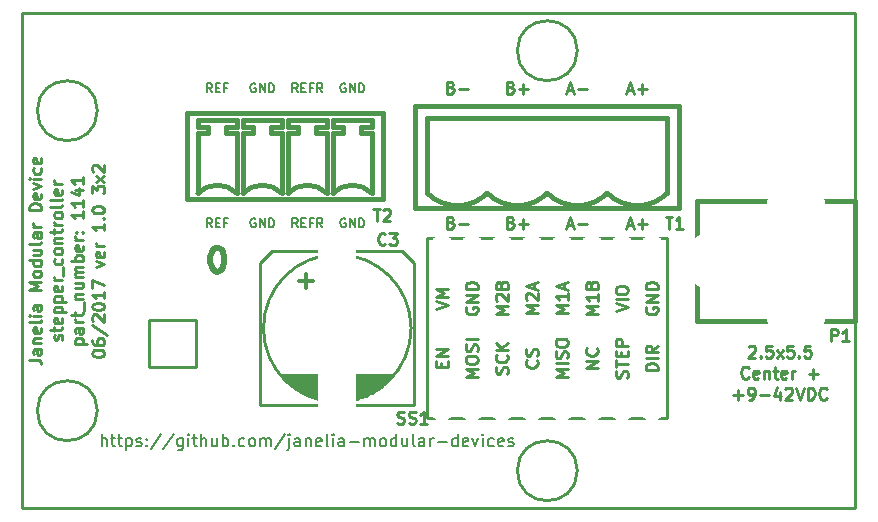
<source format=gto>
G04 #@! TF.GenerationSoftware,KiCad,Pcbnew,no-vcs-found-36e5906~58~ubuntu16.04.1*
G04 #@! TF.CreationDate,2017-06-16T16:05:32-04:00*
G04 #@! TF.ProjectId,stepper_controller_3x2,737465707065725F636F6E74726F6C6C,1.0*
G04 #@! TF.SameCoordinates,Original
G04 #@! TF.FileFunction,Legend,Top*
G04 #@! TF.FilePolarity,Positive*
%FSLAX46Y46*%
G04 Gerber Fmt 4.6, Leading zero omitted, Abs format (unit mm)*
G04 Created by KiCad (PCBNEW no-vcs-found-36e5906~58~ubuntu16.04.1) date Fri Jun 16 16:05:32 2017*
%MOMM*%
%LPD*%
G01*
G04 APERTURE LIST*
%ADD10C,0.100000*%
%ADD11C,0.254000*%
%ADD12C,0.228600*%
%ADD13C,0.508000*%
%ADD14C,0.190500*%
%ADD15C,0.250000*%
%ADD16C,0.381000*%
%ADD17C,0.375000*%
%ADD18C,3.556000*%
%ADD19O,1.854200X2.540000*%
%ADD20R,1.854200X2.540000*%
%ADD21R,3.475000X3.475000*%
%ADD22R,3.300000X6.750000*%
%ADD23C,1.930400*%
%ADD24O,4.572000X3.556000*%
%ADD25O,4.064000X5.080000*%
%ADD26O,5.080000X3.556000*%
%ADD27O,2.032000X3.048000*%
%ADD28C,2.540000*%
%ADD29C,2.340000*%
G04 APERTURE END LIST*
D10*
D11*
X147223238Y-96187380D02*
X147271619Y-96139000D01*
X147368380Y-96090619D01*
X147610285Y-96090619D01*
X147707047Y-96139000D01*
X147755428Y-96187380D01*
X147803809Y-96284142D01*
X147803809Y-96380904D01*
X147755428Y-96526047D01*
X147174857Y-97106619D01*
X147803809Y-97106619D01*
X148239238Y-97009857D02*
X148287619Y-97058238D01*
X148239238Y-97106619D01*
X148190857Y-97058238D01*
X148239238Y-97009857D01*
X148239238Y-97106619D01*
X149206857Y-96090619D02*
X148723047Y-96090619D01*
X148674666Y-96574428D01*
X148723047Y-96526047D01*
X148819809Y-96477666D01*
X149061714Y-96477666D01*
X149158476Y-96526047D01*
X149206857Y-96574428D01*
X149255238Y-96671190D01*
X149255238Y-96913095D01*
X149206857Y-97009857D01*
X149158476Y-97058238D01*
X149061714Y-97106619D01*
X148819809Y-97106619D01*
X148723047Y-97058238D01*
X148674666Y-97009857D01*
X149593904Y-97106619D02*
X150126095Y-96429285D01*
X149593904Y-96429285D02*
X150126095Y-97106619D01*
X150996952Y-96090619D02*
X150513142Y-96090619D01*
X150464761Y-96574428D01*
X150513142Y-96526047D01*
X150609904Y-96477666D01*
X150851809Y-96477666D01*
X150948571Y-96526047D01*
X150996952Y-96574428D01*
X151045333Y-96671190D01*
X151045333Y-96913095D01*
X150996952Y-97009857D01*
X150948571Y-97058238D01*
X150851809Y-97106619D01*
X150609904Y-97106619D01*
X150513142Y-97058238D01*
X150464761Y-97009857D01*
X151480761Y-97009857D02*
X151529142Y-97058238D01*
X151480761Y-97106619D01*
X151432380Y-97058238D01*
X151480761Y-97009857D01*
X151480761Y-97106619D01*
X152448380Y-96090619D02*
X151964571Y-96090619D01*
X151916190Y-96574428D01*
X151964571Y-96526047D01*
X152061333Y-96477666D01*
X152303238Y-96477666D01*
X152400000Y-96526047D01*
X152448380Y-96574428D01*
X152496761Y-96671190D01*
X152496761Y-96913095D01*
X152448380Y-97009857D01*
X152400000Y-97058238D01*
X152303238Y-97106619D01*
X152061333Y-97106619D01*
X151964571Y-97058238D01*
X151916190Y-97009857D01*
X147223238Y-98787857D02*
X147174857Y-98836238D01*
X147029714Y-98884619D01*
X146932952Y-98884619D01*
X146787809Y-98836238D01*
X146691047Y-98739476D01*
X146642666Y-98642714D01*
X146594285Y-98449190D01*
X146594285Y-98304047D01*
X146642666Y-98110523D01*
X146691047Y-98013761D01*
X146787809Y-97917000D01*
X146932952Y-97868619D01*
X147029714Y-97868619D01*
X147174857Y-97917000D01*
X147223238Y-97965380D01*
X148045714Y-98836238D02*
X147948952Y-98884619D01*
X147755428Y-98884619D01*
X147658666Y-98836238D01*
X147610285Y-98739476D01*
X147610285Y-98352428D01*
X147658666Y-98255666D01*
X147755428Y-98207285D01*
X147948952Y-98207285D01*
X148045714Y-98255666D01*
X148094095Y-98352428D01*
X148094095Y-98449190D01*
X147610285Y-98545952D01*
X148529523Y-98207285D02*
X148529523Y-98884619D01*
X148529523Y-98304047D02*
X148577904Y-98255666D01*
X148674666Y-98207285D01*
X148819809Y-98207285D01*
X148916571Y-98255666D01*
X148964952Y-98352428D01*
X148964952Y-98884619D01*
X149303619Y-98207285D02*
X149690666Y-98207285D01*
X149448761Y-97868619D02*
X149448761Y-98739476D01*
X149497142Y-98836238D01*
X149593904Y-98884619D01*
X149690666Y-98884619D01*
X150416380Y-98836238D02*
X150319619Y-98884619D01*
X150126095Y-98884619D01*
X150029333Y-98836238D01*
X149980952Y-98739476D01*
X149980952Y-98352428D01*
X150029333Y-98255666D01*
X150126095Y-98207285D01*
X150319619Y-98207285D01*
X150416380Y-98255666D01*
X150464761Y-98352428D01*
X150464761Y-98449190D01*
X149980952Y-98545952D01*
X150900190Y-98884619D02*
X150900190Y-98207285D01*
X150900190Y-98400809D02*
X150948571Y-98304047D01*
X150996952Y-98255666D01*
X151093714Y-98207285D01*
X151190476Y-98207285D01*
X152303238Y-98497571D02*
X153077333Y-98497571D01*
X152690285Y-98884619D02*
X152690285Y-98110523D01*
X145941142Y-100275571D02*
X146715238Y-100275571D01*
X146328190Y-100662619D02*
X146328190Y-99888523D01*
X147247428Y-100662619D02*
X147440952Y-100662619D01*
X147537714Y-100614238D01*
X147586095Y-100565857D01*
X147682857Y-100420714D01*
X147731238Y-100227190D01*
X147731238Y-99840142D01*
X147682857Y-99743380D01*
X147634476Y-99695000D01*
X147537714Y-99646619D01*
X147344190Y-99646619D01*
X147247428Y-99695000D01*
X147199047Y-99743380D01*
X147150666Y-99840142D01*
X147150666Y-100082047D01*
X147199047Y-100178809D01*
X147247428Y-100227190D01*
X147344190Y-100275571D01*
X147537714Y-100275571D01*
X147634476Y-100227190D01*
X147682857Y-100178809D01*
X147731238Y-100082047D01*
X148166666Y-100275571D02*
X148940761Y-100275571D01*
X149860000Y-99985285D02*
X149860000Y-100662619D01*
X149618095Y-99598238D02*
X149376190Y-100323952D01*
X150005142Y-100323952D01*
X150343809Y-99743380D02*
X150392190Y-99695000D01*
X150488952Y-99646619D01*
X150730857Y-99646619D01*
X150827619Y-99695000D01*
X150876000Y-99743380D01*
X150924380Y-99840142D01*
X150924380Y-99936904D01*
X150876000Y-100082047D01*
X150295428Y-100662619D01*
X150924380Y-100662619D01*
X151214666Y-99646619D02*
X151553333Y-100662619D01*
X151892000Y-99646619D01*
X152230666Y-100662619D02*
X152230666Y-99646619D01*
X152472571Y-99646619D01*
X152617714Y-99695000D01*
X152714476Y-99791761D01*
X152762857Y-99888523D01*
X152811238Y-100082047D01*
X152811238Y-100227190D01*
X152762857Y-100420714D01*
X152714476Y-100517476D01*
X152617714Y-100614238D01*
X152472571Y-100662619D01*
X152230666Y-100662619D01*
X153827238Y-100565857D02*
X153778857Y-100614238D01*
X153633714Y-100662619D01*
X153536952Y-100662619D01*
X153391809Y-100614238D01*
X153295047Y-100517476D01*
X153246666Y-100420714D01*
X153198285Y-100227190D01*
X153198285Y-100082047D01*
X153246666Y-99888523D01*
X153295047Y-99791761D01*
X153391809Y-99695000D01*
X153536952Y-99646619D01*
X153633714Y-99646619D01*
X153778857Y-99695000D01*
X153827238Y-99743380D01*
X136924142Y-85894333D02*
X137407952Y-85894333D01*
X136827380Y-86184619D02*
X137166047Y-85168619D01*
X137504714Y-86184619D01*
X137843380Y-85797571D02*
X138617476Y-85797571D01*
X138230428Y-86184619D02*
X138230428Y-85410523D01*
X131844142Y-85894333D02*
X132327952Y-85894333D01*
X131747380Y-86184619D02*
X132086047Y-85168619D01*
X132424714Y-86184619D01*
X132763380Y-85797571D02*
X133537476Y-85797571D01*
X127078619Y-85652428D02*
X127223761Y-85700809D01*
X127272142Y-85749190D01*
X127320523Y-85845952D01*
X127320523Y-85991095D01*
X127272142Y-86087857D01*
X127223761Y-86136238D01*
X127127000Y-86184619D01*
X126739952Y-86184619D01*
X126739952Y-85168619D01*
X127078619Y-85168619D01*
X127175380Y-85217000D01*
X127223761Y-85265380D01*
X127272142Y-85362142D01*
X127272142Y-85458904D01*
X127223761Y-85555666D01*
X127175380Y-85604047D01*
X127078619Y-85652428D01*
X126739952Y-85652428D01*
X127755952Y-85797571D02*
X128530047Y-85797571D01*
X128143000Y-86184619D02*
X128143000Y-85410523D01*
X121998619Y-74222428D02*
X122143761Y-74270809D01*
X122192142Y-74319190D01*
X122240523Y-74415952D01*
X122240523Y-74561095D01*
X122192142Y-74657857D01*
X122143761Y-74706238D01*
X122047000Y-74754619D01*
X121659952Y-74754619D01*
X121659952Y-73738619D01*
X121998619Y-73738619D01*
X122095380Y-73787000D01*
X122143761Y-73835380D01*
X122192142Y-73932142D01*
X122192142Y-74028904D01*
X122143761Y-74125666D01*
X122095380Y-74174047D01*
X121998619Y-74222428D01*
X121659952Y-74222428D01*
X122675952Y-74367571D02*
X123450047Y-74367571D01*
X127078619Y-74222428D02*
X127223761Y-74270809D01*
X127272142Y-74319190D01*
X127320523Y-74415952D01*
X127320523Y-74561095D01*
X127272142Y-74657857D01*
X127223761Y-74706238D01*
X127127000Y-74754619D01*
X126739952Y-74754619D01*
X126739952Y-73738619D01*
X127078619Y-73738619D01*
X127175380Y-73787000D01*
X127223761Y-73835380D01*
X127272142Y-73932142D01*
X127272142Y-74028904D01*
X127223761Y-74125666D01*
X127175380Y-74174047D01*
X127078619Y-74222428D01*
X126739952Y-74222428D01*
X127755952Y-74367571D02*
X128530047Y-74367571D01*
X128143000Y-74754619D02*
X128143000Y-73980523D01*
X131844142Y-74464333D02*
X132327952Y-74464333D01*
X131747380Y-74754619D02*
X132086047Y-73738619D01*
X132424714Y-74754619D01*
X132763380Y-74367571D02*
X133537476Y-74367571D01*
X121998619Y-85652428D02*
X122143761Y-85700809D01*
X122192142Y-85749190D01*
X122240523Y-85845952D01*
X122240523Y-85991095D01*
X122192142Y-86087857D01*
X122143761Y-86136238D01*
X122047000Y-86184619D01*
X121659952Y-86184619D01*
X121659952Y-85168619D01*
X121998619Y-85168619D01*
X122095380Y-85217000D01*
X122143761Y-85265380D01*
X122192142Y-85362142D01*
X122192142Y-85458904D01*
X122143761Y-85555666D01*
X122095380Y-85604047D01*
X121998619Y-85652428D01*
X121659952Y-85652428D01*
X122675952Y-85797571D02*
X123450047Y-85797571D01*
X136924142Y-74464333D02*
X137407952Y-74464333D01*
X136827380Y-74754619D02*
X137166047Y-73738619D01*
X137504714Y-74754619D01*
X137843380Y-74367571D02*
X138617476Y-74367571D01*
X138230428Y-74754619D02*
X138230428Y-73980523D01*
D12*
X156210000Y-67945000D02*
X85725000Y-67945000D01*
X156210000Y-109855000D02*
X156210000Y-67945000D01*
X85725000Y-109855000D02*
X156210000Y-109855000D01*
X85725000Y-67945000D02*
X85725000Y-109855000D01*
D13*
X102138238Y-87787238D02*
X102331761Y-87787238D01*
X102525285Y-87884000D01*
X102622047Y-87980761D01*
X102718809Y-88174285D01*
X102815571Y-88561333D01*
X102815571Y-89045142D01*
X102718809Y-89432190D01*
X102622047Y-89625714D01*
X102525285Y-89722476D01*
X102331761Y-89819238D01*
X102138238Y-89819238D01*
X101944714Y-89722476D01*
X101847952Y-89625714D01*
X101751190Y-89432190D01*
X101654428Y-89045142D01*
X101654428Y-88561333D01*
X101751190Y-88174285D01*
X101847952Y-87980761D01*
X101944714Y-87884000D01*
X102138238Y-87787238D01*
D14*
X113084428Y-85344000D02*
X113011857Y-85307714D01*
X112903000Y-85307714D01*
X112794142Y-85344000D01*
X112721571Y-85416571D01*
X112685285Y-85489142D01*
X112649000Y-85634285D01*
X112649000Y-85743142D01*
X112685285Y-85888285D01*
X112721571Y-85960857D01*
X112794142Y-86033428D01*
X112903000Y-86069714D01*
X112975571Y-86069714D01*
X113084428Y-86033428D01*
X113120714Y-85997142D01*
X113120714Y-85743142D01*
X112975571Y-85743142D01*
X113447285Y-86069714D02*
X113447285Y-85307714D01*
X113882714Y-86069714D01*
X113882714Y-85307714D01*
X114245571Y-86069714D02*
X114245571Y-85307714D01*
X114427000Y-85307714D01*
X114535857Y-85344000D01*
X114608428Y-85416571D01*
X114644714Y-85489142D01*
X114681000Y-85634285D01*
X114681000Y-85743142D01*
X114644714Y-85888285D01*
X114608428Y-85960857D01*
X114535857Y-86033428D01*
X114427000Y-86069714D01*
X114245571Y-86069714D01*
X109038571Y-86069714D02*
X108784571Y-85706857D01*
X108603142Y-86069714D02*
X108603142Y-85307714D01*
X108893428Y-85307714D01*
X108966000Y-85344000D01*
X109002285Y-85380285D01*
X109038571Y-85452857D01*
X109038571Y-85561714D01*
X109002285Y-85634285D01*
X108966000Y-85670571D01*
X108893428Y-85706857D01*
X108603142Y-85706857D01*
X109365142Y-85670571D02*
X109619142Y-85670571D01*
X109728000Y-86069714D02*
X109365142Y-86069714D01*
X109365142Y-85307714D01*
X109728000Y-85307714D01*
X110308571Y-85670571D02*
X110054571Y-85670571D01*
X110054571Y-86069714D02*
X110054571Y-85307714D01*
X110417428Y-85307714D01*
X111143142Y-86069714D02*
X110889142Y-85706857D01*
X110707714Y-86069714D02*
X110707714Y-85307714D01*
X110998000Y-85307714D01*
X111070571Y-85344000D01*
X111106857Y-85380285D01*
X111143142Y-85452857D01*
X111143142Y-85561714D01*
X111106857Y-85634285D01*
X111070571Y-85670571D01*
X110998000Y-85706857D01*
X110707714Y-85706857D01*
X113084428Y-73914000D02*
X113011857Y-73877714D01*
X112903000Y-73877714D01*
X112794142Y-73914000D01*
X112721571Y-73986571D01*
X112685285Y-74059142D01*
X112649000Y-74204285D01*
X112649000Y-74313142D01*
X112685285Y-74458285D01*
X112721571Y-74530857D01*
X112794142Y-74603428D01*
X112903000Y-74639714D01*
X112975571Y-74639714D01*
X113084428Y-74603428D01*
X113120714Y-74567142D01*
X113120714Y-74313142D01*
X112975571Y-74313142D01*
X113447285Y-74639714D02*
X113447285Y-73877714D01*
X113882714Y-74639714D01*
X113882714Y-73877714D01*
X114245571Y-74639714D02*
X114245571Y-73877714D01*
X114427000Y-73877714D01*
X114535857Y-73914000D01*
X114608428Y-73986571D01*
X114644714Y-74059142D01*
X114681000Y-74204285D01*
X114681000Y-74313142D01*
X114644714Y-74458285D01*
X114608428Y-74530857D01*
X114535857Y-74603428D01*
X114427000Y-74639714D01*
X114245571Y-74639714D01*
X109038571Y-74639714D02*
X108784571Y-74276857D01*
X108603142Y-74639714D02*
X108603142Y-73877714D01*
X108893428Y-73877714D01*
X108966000Y-73914000D01*
X109002285Y-73950285D01*
X109038571Y-74022857D01*
X109038571Y-74131714D01*
X109002285Y-74204285D01*
X108966000Y-74240571D01*
X108893428Y-74276857D01*
X108603142Y-74276857D01*
X109365142Y-74240571D02*
X109619142Y-74240571D01*
X109728000Y-74639714D02*
X109365142Y-74639714D01*
X109365142Y-73877714D01*
X109728000Y-73877714D01*
X110308571Y-74240571D02*
X110054571Y-74240571D01*
X110054571Y-74639714D02*
X110054571Y-73877714D01*
X110417428Y-73877714D01*
X111143142Y-74639714D02*
X110889142Y-74276857D01*
X110707714Y-74639714D02*
X110707714Y-73877714D01*
X110998000Y-73877714D01*
X111070571Y-73914000D01*
X111106857Y-73950285D01*
X111143142Y-74022857D01*
X111143142Y-74131714D01*
X111106857Y-74204285D01*
X111070571Y-74240571D01*
X110998000Y-74276857D01*
X110707714Y-74276857D01*
X105464428Y-85344000D02*
X105391857Y-85307714D01*
X105283000Y-85307714D01*
X105174142Y-85344000D01*
X105101571Y-85416571D01*
X105065285Y-85489142D01*
X105029000Y-85634285D01*
X105029000Y-85743142D01*
X105065285Y-85888285D01*
X105101571Y-85960857D01*
X105174142Y-86033428D01*
X105283000Y-86069714D01*
X105355571Y-86069714D01*
X105464428Y-86033428D01*
X105500714Y-85997142D01*
X105500714Y-85743142D01*
X105355571Y-85743142D01*
X105827285Y-86069714D02*
X105827285Y-85307714D01*
X106262714Y-86069714D01*
X106262714Y-85307714D01*
X106625571Y-86069714D02*
X106625571Y-85307714D01*
X106807000Y-85307714D01*
X106915857Y-85344000D01*
X106988428Y-85416571D01*
X107024714Y-85489142D01*
X107061000Y-85634285D01*
X107061000Y-85743142D01*
X107024714Y-85888285D01*
X106988428Y-85960857D01*
X106915857Y-86033428D01*
X106807000Y-86069714D01*
X106625571Y-86069714D01*
X101799571Y-74639714D02*
X101545571Y-74276857D01*
X101364142Y-74639714D02*
X101364142Y-73877714D01*
X101654428Y-73877714D01*
X101727000Y-73914000D01*
X101763285Y-73950285D01*
X101799571Y-74022857D01*
X101799571Y-74131714D01*
X101763285Y-74204285D01*
X101727000Y-74240571D01*
X101654428Y-74276857D01*
X101364142Y-74276857D01*
X102126142Y-74240571D02*
X102380142Y-74240571D01*
X102489000Y-74639714D02*
X102126142Y-74639714D01*
X102126142Y-73877714D01*
X102489000Y-73877714D01*
X103069571Y-74240571D02*
X102815571Y-74240571D01*
X102815571Y-74639714D02*
X102815571Y-73877714D01*
X103178428Y-73877714D01*
X101799571Y-86069714D02*
X101545571Y-85706857D01*
X101364142Y-86069714D02*
X101364142Y-85307714D01*
X101654428Y-85307714D01*
X101727000Y-85344000D01*
X101763285Y-85380285D01*
X101799571Y-85452857D01*
X101799571Y-85561714D01*
X101763285Y-85634285D01*
X101727000Y-85670571D01*
X101654428Y-85706857D01*
X101364142Y-85706857D01*
X102126142Y-85670571D02*
X102380142Y-85670571D01*
X102489000Y-86069714D02*
X102126142Y-86069714D01*
X102126142Y-85307714D01*
X102489000Y-85307714D01*
X103069571Y-85670571D02*
X102815571Y-85670571D01*
X102815571Y-86069714D02*
X102815571Y-85307714D01*
X103178428Y-85307714D01*
X105464428Y-73914000D02*
X105391857Y-73877714D01*
X105283000Y-73877714D01*
X105174142Y-73914000D01*
X105101571Y-73986571D01*
X105065285Y-74059142D01*
X105029000Y-74204285D01*
X105029000Y-74313142D01*
X105065285Y-74458285D01*
X105101571Y-74530857D01*
X105174142Y-74603428D01*
X105283000Y-74639714D01*
X105355571Y-74639714D01*
X105464428Y-74603428D01*
X105500714Y-74567142D01*
X105500714Y-74313142D01*
X105355571Y-74313142D01*
X105827285Y-74639714D02*
X105827285Y-73877714D01*
X106262714Y-74639714D01*
X106262714Y-73877714D01*
X106625571Y-74639714D02*
X106625571Y-73877714D01*
X106807000Y-73877714D01*
X106915857Y-73914000D01*
X106988428Y-73986571D01*
X107024714Y-74059142D01*
X107061000Y-74204285D01*
X107061000Y-74313142D01*
X107024714Y-74458285D01*
X106988428Y-74530857D01*
X106915857Y-74603428D01*
X106807000Y-74639714D01*
X106625571Y-74639714D01*
X92437857Y-104599619D02*
X92437857Y-103583619D01*
X92873285Y-104599619D02*
X92873285Y-104067428D01*
X92824904Y-103970666D01*
X92728142Y-103922285D01*
X92583000Y-103922285D01*
X92486238Y-103970666D01*
X92437857Y-104019047D01*
X93211952Y-103922285D02*
X93599000Y-103922285D01*
X93357095Y-103583619D02*
X93357095Y-104454476D01*
X93405476Y-104551238D01*
X93502238Y-104599619D01*
X93599000Y-104599619D01*
X93792523Y-103922285D02*
X94179571Y-103922285D01*
X93937666Y-103583619D02*
X93937666Y-104454476D01*
X93986047Y-104551238D01*
X94082809Y-104599619D01*
X94179571Y-104599619D01*
X94518238Y-103922285D02*
X94518238Y-104938285D01*
X94518238Y-103970666D02*
X94615000Y-103922285D01*
X94808523Y-103922285D01*
X94905285Y-103970666D01*
X94953666Y-104019047D01*
X95002047Y-104115809D01*
X95002047Y-104406095D01*
X94953666Y-104502857D01*
X94905285Y-104551238D01*
X94808523Y-104599619D01*
X94615000Y-104599619D01*
X94518238Y-104551238D01*
X95389095Y-104551238D02*
X95485857Y-104599619D01*
X95679380Y-104599619D01*
X95776142Y-104551238D01*
X95824523Y-104454476D01*
X95824523Y-104406095D01*
X95776142Y-104309333D01*
X95679380Y-104260952D01*
X95534238Y-104260952D01*
X95437476Y-104212571D01*
X95389095Y-104115809D01*
X95389095Y-104067428D01*
X95437476Y-103970666D01*
X95534238Y-103922285D01*
X95679380Y-103922285D01*
X95776142Y-103970666D01*
X96259952Y-104502857D02*
X96308333Y-104551238D01*
X96259952Y-104599619D01*
X96211571Y-104551238D01*
X96259952Y-104502857D01*
X96259952Y-104599619D01*
X96259952Y-103970666D02*
X96308333Y-104019047D01*
X96259952Y-104067428D01*
X96211571Y-104019047D01*
X96259952Y-103970666D01*
X96259952Y-104067428D01*
X97469476Y-103535238D02*
X96598619Y-104841523D01*
X98533857Y-103535238D02*
X97663000Y-104841523D01*
X99307952Y-103922285D02*
X99307952Y-104744761D01*
X99259571Y-104841523D01*
X99211190Y-104889904D01*
X99114428Y-104938285D01*
X98969285Y-104938285D01*
X98872523Y-104889904D01*
X99307952Y-104551238D02*
X99211190Y-104599619D01*
X99017666Y-104599619D01*
X98920904Y-104551238D01*
X98872523Y-104502857D01*
X98824142Y-104406095D01*
X98824142Y-104115809D01*
X98872523Y-104019047D01*
X98920904Y-103970666D01*
X99017666Y-103922285D01*
X99211190Y-103922285D01*
X99307952Y-103970666D01*
X99791761Y-104599619D02*
X99791761Y-103922285D01*
X99791761Y-103583619D02*
X99743380Y-103632000D01*
X99791761Y-103680380D01*
X99840142Y-103632000D01*
X99791761Y-103583619D01*
X99791761Y-103680380D01*
X100130428Y-103922285D02*
X100517476Y-103922285D01*
X100275571Y-103583619D02*
X100275571Y-104454476D01*
X100323952Y-104551238D01*
X100420714Y-104599619D01*
X100517476Y-104599619D01*
X100856142Y-104599619D02*
X100856142Y-103583619D01*
X101291571Y-104599619D02*
X101291571Y-104067428D01*
X101243190Y-103970666D01*
X101146428Y-103922285D01*
X101001285Y-103922285D01*
X100904523Y-103970666D01*
X100856142Y-104019047D01*
X102210809Y-103922285D02*
X102210809Y-104599619D01*
X101775380Y-103922285D02*
X101775380Y-104454476D01*
X101823761Y-104551238D01*
X101920523Y-104599619D01*
X102065666Y-104599619D01*
X102162428Y-104551238D01*
X102210809Y-104502857D01*
X102694619Y-104599619D02*
X102694619Y-103583619D01*
X102694619Y-103970666D02*
X102791380Y-103922285D01*
X102984904Y-103922285D01*
X103081666Y-103970666D01*
X103130047Y-104019047D01*
X103178428Y-104115809D01*
X103178428Y-104406095D01*
X103130047Y-104502857D01*
X103081666Y-104551238D01*
X102984904Y-104599619D01*
X102791380Y-104599619D01*
X102694619Y-104551238D01*
X103613857Y-104502857D02*
X103662238Y-104551238D01*
X103613857Y-104599619D01*
X103565476Y-104551238D01*
X103613857Y-104502857D01*
X103613857Y-104599619D01*
X104533095Y-104551238D02*
X104436333Y-104599619D01*
X104242809Y-104599619D01*
X104146047Y-104551238D01*
X104097666Y-104502857D01*
X104049285Y-104406095D01*
X104049285Y-104115809D01*
X104097666Y-104019047D01*
X104146047Y-103970666D01*
X104242809Y-103922285D01*
X104436333Y-103922285D01*
X104533095Y-103970666D01*
X105113666Y-104599619D02*
X105016904Y-104551238D01*
X104968523Y-104502857D01*
X104920142Y-104406095D01*
X104920142Y-104115809D01*
X104968523Y-104019047D01*
X105016904Y-103970666D01*
X105113666Y-103922285D01*
X105258809Y-103922285D01*
X105355571Y-103970666D01*
X105403952Y-104019047D01*
X105452333Y-104115809D01*
X105452333Y-104406095D01*
X105403952Y-104502857D01*
X105355571Y-104551238D01*
X105258809Y-104599619D01*
X105113666Y-104599619D01*
X105887761Y-104599619D02*
X105887761Y-103922285D01*
X105887761Y-104019047D02*
X105936142Y-103970666D01*
X106032904Y-103922285D01*
X106178047Y-103922285D01*
X106274809Y-103970666D01*
X106323190Y-104067428D01*
X106323190Y-104599619D01*
X106323190Y-104067428D02*
X106371571Y-103970666D01*
X106468333Y-103922285D01*
X106613476Y-103922285D01*
X106710238Y-103970666D01*
X106758619Y-104067428D01*
X106758619Y-104599619D01*
X107968142Y-103535238D02*
X107097285Y-104841523D01*
X108306809Y-103922285D02*
X108306809Y-104793142D01*
X108258428Y-104889904D01*
X108161666Y-104938285D01*
X108113285Y-104938285D01*
X108306809Y-103583619D02*
X108258428Y-103632000D01*
X108306809Y-103680380D01*
X108355190Y-103632000D01*
X108306809Y-103583619D01*
X108306809Y-103680380D01*
X109226047Y-104599619D02*
X109226047Y-104067428D01*
X109177666Y-103970666D01*
X109080904Y-103922285D01*
X108887380Y-103922285D01*
X108790619Y-103970666D01*
X109226047Y-104551238D02*
X109129285Y-104599619D01*
X108887380Y-104599619D01*
X108790619Y-104551238D01*
X108742238Y-104454476D01*
X108742238Y-104357714D01*
X108790619Y-104260952D01*
X108887380Y-104212571D01*
X109129285Y-104212571D01*
X109226047Y-104164190D01*
X109709857Y-103922285D02*
X109709857Y-104599619D01*
X109709857Y-104019047D02*
X109758238Y-103970666D01*
X109855000Y-103922285D01*
X110000142Y-103922285D01*
X110096904Y-103970666D01*
X110145285Y-104067428D01*
X110145285Y-104599619D01*
X111016142Y-104551238D02*
X110919380Y-104599619D01*
X110725857Y-104599619D01*
X110629095Y-104551238D01*
X110580714Y-104454476D01*
X110580714Y-104067428D01*
X110629095Y-103970666D01*
X110725857Y-103922285D01*
X110919380Y-103922285D01*
X111016142Y-103970666D01*
X111064523Y-104067428D01*
X111064523Y-104164190D01*
X110580714Y-104260952D01*
X111645095Y-104599619D02*
X111548333Y-104551238D01*
X111499952Y-104454476D01*
X111499952Y-103583619D01*
X112032142Y-104599619D02*
X112032142Y-103922285D01*
X112032142Y-103583619D02*
X111983761Y-103632000D01*
X112032142Y-103680380D01*
X112080523Y-103632000D01*
X112032142Y-103583619D01*
X112032142Y-103680380D01*
X112951380Y-104599619D02*
X112951380Y-104067428D01*
X112903000Y-103970666D01*
X112806238Y-103922285D01*
X112612714Y-103922285D01*
X112515952Y-103970666D01*
X112951380Y-104551238D02*
X112854619Y-104599619D01*
X112612714Y-104599619D01*
X112515952Y-104551238D01*
X112467571Y-104454476D01*
X112467571Y-104357714D01*
X112515952Y-104260952D01*
X112612714Y-104212571D01*
X112854619Y-104212571D01*
X112951380Y-104164190D01*
X113435190Y-104212571D02*
X114209285Y-104212571D01*
X114693095Y-104599619D02*
X114693095Y-103922285D01*
X114693095Y-104019047D02*
X114741476Y-103970666D01*
X114838238Y-103922285D01*
X114983380Y-103922285D01*
X115080142Y-103970666D01*
X115128523Y-104067428D01*
X115128523Y-104599619D01*
X115128523Y-104067428D02*
X115176904Y-103970666D01*
X115273666Y-103922285D01*
X115418809Y-103922285D01*
X115515571Y-103970666D01*
X115563952Y-104067428D01*
X115563952Y-104599619D01*
X116192904Y-104599619D02*
X116096142Y-104551238D01*
X116047761Y-104502857D01*
X115999380Y-104406095D01*
X115999380Y-104115809D01*
X116047761Y-104019047D01*
X116096142Y-103970666D01*
X116192904Y-103922285D01*
X116338047Y-103922285D01*
X116434809Y-103970666D01*
X116483190Y-104019047D01*
X116531571Y-104115809D01*
X116531571Y-104406095D01*
X116483190Y-104502857D01*
X116434809Y-104551238D01*
X116338047Y-104599619D01*
X116192904Y-104599619D01*
X117402428Y-104599619D02*
X117402428Y-103583619D01*
X117402428Y-104551238D02*
X117305666Y-104599619D01*
X117112142Y-104599619D01*
X117015380Y-104551238D01*
X116967000Y-104502857D01*
X116918619Y-104406095D01*
X116918619Y-104115809D01*
X116967000Y-104019047D01*
X117015380Y-103970666D01*
X117112142Y-103922285D01*
X117305666Y-103922285D01*
X117402428Y-103970666D01*
X118321666Y-103922285D02*
X118321666Y-104599619D01*
X117886238Y-103922285D02*
X117886238Y-104454476D01*
X117934619Y-104551238D01*
X118031380Y-104599619D01*
X118176523Y-104599619D01*
X118273285Y-104551238D01*
X118321666Y-104502857D01*
X118950619Y-104599619D02*
X118853857Y-104551238D01*
X118805476Y-104454476D01*
X118805476Y-103583619D01*
X119773095Y-104599619D02*
X119773095Y-104067428D01*
X119724714Y-103970666D01*
X119627952Y-103922285D01*
X119434428Y-103922285D01*
X119337666Y-103970666D01*
X119773095Y-104551238D02*
X119676333Y-104599619D01*
X119434428Y-104599619D01*
X119337666Y-104551238D01*
X119289285Y-104454476D01*
X119289285Y-104357714D01*
X119337666Y-104260952D01*
X119434428Y-104212571D01*
X119676333Y-104212571D01*
X119773095Y-104164190D01*
X120256904Y-104599619D02*
X120256904Y-103922285D01*
X120256904Y-104115809D02*
X120305285Y-104019047D01*
X120353666Y-103970666D01*
X120450428Y-103922285D01*
X120547190Y-103922285D01*
X120885857Y-104212571D02*
X121659952Y-104212571D01*
X122579190Y-104599619D02*
X122579190Y-103583619D01*
X122579190Y-104551238D02*
X122482428Y-104599619D01*
X122288904Y-104599619D01*
X122192142Y-104551238D01*
X122143761Y-104502857D01*
X122095380Y-104406095D01*
X122095380Y-104115809D01*
X122143761Y-104019047D01*
X122192142Y-103970666D01*
X122288904Y-103922285D01*
X122482428Y-103922285D01*
X122579190Y-103970666D01*
X123450047Y-104551238D02*
X123353285Y-104599619D01*
X123159761Y-104599619D01*
X123063000Y-104551238D01*
X123014619Y-104454476D01*
X123014619Y-104067428D01*
X123063000Y-103970666D01*
X123159761Y-103922285D01*
X123353285Y-103922285D01*
X123450047Y-103970666D01*
X123498428Y-104067428D01*
X123498428Y-104164190D01*
X123014619Y-104260952D01*
X123837095Y-103922285D02*
X124079000Y-104599619D01*
X124320904Y-103922285D01*
X124707952Y-104599619D02*
X124707952Y-103922285D01*
X124707952Y-103583619D02*
X124659571Y-103632000D01*
X124707952Y-103680380D01*
X124756333Y-103632000D01*
X124707952Y-103583619D01*
X124707952Y-103680380D01*
X125627190Y-104551238D02*
X125530428Y-104599619D01*
X125336904Y-104599619D01*
X125240142Y-104551238D01*
X125191761Y-104502857D01*
X125143380Y-104406095D01*
X125143380Y-104115809D01*
X125191761Y-104019047D01*
X125240142Y-103970666D01*
X125336904Y-103922285D01*
X125530428Y-103922285D01*
X125627190Y-103970666D01*
X126449666Y-104551238D02*
X126352904Y-104599619D01*
X126159380Y-104599619D01*
X126062619Y-104551238D01*
X126014238Y-104454476D01*
X126014238Y-104067428D01*
X126062619Y-103970666D01*
X126159380Y-103922285D01*
X126352904Y-103922285D01*
X126449666Y-103970666D01*
X126498047Y-104067428D01*
X126498047Y-104164190D01*
X126014238Y-104260952D01*
X126885095Y-104551238D02*
X126981857Y-104599619D01*
X127175380Y-104599619D01*
X127272142Y-104551238D01*
X127320523Y-104454476D01*
X127320523Y-104406095D01*
X127272142Y-104309333D01*
X127175380Y-104260952D01*
X127030238Y-104260952D01*
X126933476Y-104212571D01*
X126885095Y-104115809D01*
X126885095Y-104067428D01*
X126933476Y-103970666D01*
X127030238Y-103922285D01*
X127175380Y-103922285D01*
X127272142Y-103970666D01*
D11*
X86311619Y-97294095D02*
X87037333Y-97294095D01*
X87182476Y-97342476D01*
X87279238Y-97439238D01*
X87327619Y-97584380D01*
X87327619Y-97681142D01*
X87327619Y-96374857D02*
X86795428Y-96374857D01*
X86698666Y-96423238D01*
X86650285Y-96520000D01*
X86650285Y-96713523D01*
X86698666Y-96810285D01*
X87279238Y-96374857D02*
X87327619Y-96471619D01*
X87327619Y-96713523D01*
X87279238Y-96810285D01*
X87182476Y-96858666D01*
X87085714Y-96858666D01*
X86988952Y-96810285D01*
X86940571Y-96713523D01*
X86940571Y-96471619D01*
X86892190Y-96374857D01*
X86650285Y-95891047D02*
X87327619Y-95891047D01*
X86747047Y-95891047D02*
X86698666Y-95842666D01*
X86650285Y-95745904D01*
X86650285Y-95600761D01*
X86698666Y-95504000D01*
X86795428Y-95455619D01*
X87327619Y-95455619D01*
X87279238Y-94584761D02*
X87327619Y-94681523D01*
X87327619Y-94875047D01*
X87279238Y-94971809D01*
X87182476Y-95020190D01*
X86795428Y-95020190D01*
X86698666Y-94971809D01*
X86650285Y-94875047D01*
X86650285Y-94681523D01*
X86698666Y-94584761D01*
X86795428Y-94536380D01*
X86892190Y-94536380D01*
X86988952Y-95020190D01*
X87327619Y-93955809D02*
X87279238Y-94052571D01*
X87182476Y-94100952D01*
X86311619Y-94100952D01*
X87327619Y-93568761D02*
X86650285Y-93568761D01*
X86311619Y-93568761D02*
X86360000Y-93617142D01*
X86408380Y-93568761D01*
X86360000Y-93520380D01*
X86311619Y-93568761D01*
X86408380Y-93568761D01*
X87327619Y-92649523D02*
X86795428Y-92649523D01*
X86698666Y-92697904D01*
X86650285Y-92794666D01*
X86650285Y-92988190D01*
X86698666Y-93084952D01*
X87279238Y-92649523D02*
X87327619Y-92746285D01*
X87327619Y-92988190D01*
X87279238Y-93084952D01*
X87182476Y-93133333D01*
X87085714Y-93133333D01*
X86988952Y-93084952D01*
X86940571Y-92988190D01*
X86940571Y-92746285D01*
X86892190Y-92649523D01*
X87327619Y-91391619D02*
X86311619Y-91391619D01*
X87037333Y-91052952D01*
X86311619Y-90714285D01*
X87327619Y-90714285D01*
X87327619Y-90085333D02*
X87279238Y-90182095D01*
X87230857Y-90230476D01*
X87134095Y-90278857D01*
X86843809Y-90278857D01*
X86747047Y-90230476D01*
X86698666Y-90182095D01*
X86650285Y-90085333D01*
X86650285Y-89940190D01*
X86698666Y-89843428D01*
X86747047Y-89795047D01*
X86843809Y-89746666D01*
X87134095Y-89746666D01*
X87230857Y-89795047D01*
X87279238Y-89843428D01*
X87327619Y-89940190D01*
X87327619Y-90085333D01*
X87327619Y-88875809D02*
X86311619Y-88875809D01*
X87279238Y-88875809D02*
X87327619Y-88972571D01*
X87327619Y-89166095D01*
X87279238Y-89262857D01*
X87230857Y-89311238D01*
X87134095Y-89359619D01*
X86843809Y-89359619D01*
X86747047Y-89311238D01*
X86698666Y-89262857D01*
X86650285Y-89166095D01*
X86650285Y-88972571D01*
X86698666Y-88875809D01*
X86650285Y-87956571D02*
X87327619Y-87956571D01*
X86650285Y-88392000D02*
X87182476Y-88392000D01*
X87279238Y-88343619D01*
X87327619Y-88246857D01*
X87327619Y-88101714D01*
X87279238Y-88004952D01*
X87230857Y-87956571D01*
X87327619Y-87327619D02*
X87279238Y-87424380D01*
X87182476Y-87472761D01*
X86311619Y-87472761D01*
X87327619Y-86505142D02*
X86795428Y-86505142D01*
X86698666Y-86553523D01*
X86650285Y-86650285D01*
X86650285Y-86843809D01*
X86698666Y-86940571D01*
X87279238Y-86505142D02*
X87327619Y-86601904D01*
X87327619Y-86843809D01*
X87279238Y-86940571D01*
X87182476Y-86988952D01*
X87085714Y-86988952D01*
X86988952Y-86940571D01*
X86940571Y-86843809D01*
X86940571Y-86601904D01*
X86892190Y-86505142D01*
X87327619Y-86021333D02*
X86650285Y-86021333D01*
X86843809Y-86021333D02*
X86747047Y-85972952D01*
X86698666Y-85924571D01*
X86650285Y-85827809D01*
X86650285Y-85731047D01*
X87327619Y-84618285D02*
X86311619Y-84618285D01*
X86311619Y-84376380D01*
X86360000Y-84231238D01*
X86456761Y-84134476D01*
X86553523Y-84086095D01*
X86747047Y-84037714D01*
X86892190Y-84037714D01*
X87085714Y-84086095D01*
X87182476Y-84134476D01*
X87279238Y-84231238D01*
X87327619Y-84376380D01*
X87327619Y-84618285D01*
X87279238Y-83215238D02*
X87327619Y-83312000D01*
X87327619Y-83505523D01*
X87279238Y-83602285D01*
X87182476Y-83650666D01*
X86795428Y-83650666D01*
X86698666Y-83602285D01*
X86650285Y-83505523D01*
X86650285Y-83312000D01*
X86698666Y-83215238D01*
X86795428Y-83166857D01*
X86892190Y-83166857D01*
X86988952Y-83650666D01*
X86650285Y-82828190D02*
X87327619Y-82586285D01*
X86650285Y-82344380D01*
X87327619Y-81957333D02*
X86650285Y-81957333D01*
X86311619Y-81957333D02*
X86360000Y-82005714D01*
X86408380Y-81957333D01*
X86360000Y-81908952D01*
X86311619Y-81957333D01*
X86408380Y-81957333D01*
X87279238Y-81038095D02*
X87327619Y-81134857D01*
X87327619Y-81328380D01*
X87279238Y-81425142D01*
X87230857Y-81473523D01*
X87134095Y-81521904D01*
X86843809Y-81521904D01*
X86747047Y-81473523D01*
X86698666Y-81425142D01*
X86650285Y-81328380D01*
X86650285Y-81134857D01*
X86698666Y-81038095D01*
X87279238Y-80215619D02*
X87327619Y-80312380D01*
X87327619Y-80505904D01*
X87279238Y-80602666D01*
X87182476Y-80651047D01*
X86795428Y-80651047D01*
X86698666Y-80602666D01*
X86650285Y-80505904D01*
X86650285Y-80312380D01*
X86698666Y-80215619D01*
X86795428Y-80167238D01*
X86892190Y-80167238D01*
X86988952Y-80651047D01*
X89057238Y-95600761D02*
X89105619Y-95504000D01*
X89105619Y-95310476D01*
X89057238Y-95213714D01*
X88960476Y-95165333D01*
X88912095Y-95165333D01*
X88815333Y-95213714D01*
X88766952Y-95310476D01*
X88766952Y-95455619D01*
X88718571Y-95552380D01*
X88621809Y-95600761D01*
X88573428Y-95600761D01*
X88476666Y-95552380D01*
X88428285Y-95455619D01*
X88428285Y-95310476D01*
X88476666Y-95213714D01*
X88428285Y-94875047D02*
X88428285Y-94488000D01*
X88089619Y-94729904D02*
X88960476Y-94729904D01*
X89057238Y-94681523D01*
X89105619Y-94584761D01*
X89105619Y-94488000D01*
X89057238Y-93762285D02*
X89105619Y-93859047D01*
X89105619Y-94052571D01*
X89057238Y-94149333D01*
X88960476Y-94197714D01*
X88573428Y-94197714D01*
X88476666Y-94149333D01*
X88428285Y-94052571D01*
X88428285Y-93859047D01*
X88476666Y-93762285D01*
X88573428Y-93713904D01*
X88670190Y-93713904D01*
X88766952Y-94197714D01*
X88428285Y-93278476D02*
X89444285Y-93278476D01*
X88476666Y-93278476D02*
X88428285Y-93181714D01*
X88428285Y-92988190D01*
X88476666Y-92891428D01*
X88525047Y-92843047D01*
X88621809Y-92794666D01*
X88912095Y-92794666D01*
X89008857Y-92843047D01*
X89057238Y-92891428D01*
X89105619Y-92988190D01*
X89105619Y-93181714D01*
X89057238Y-93278476D01*
X88428285Y-92359238D02*
X89444285Y-92359238D01*
X88476666Y-92359238D02*
X88428285Y-92262476D01*
X88428285Y-92068952D01*
X88476666Y-91972190D01*
X88525047Y-91923809D01*
X88621809Y-91875428D01*
X88912095Y-91875428D01*
X89008857Y-91923809D01*
X89057238Y-91972190D01*
X89105619Y-92068952D01*
X89105619Y-92262476D01*
X89057238Y-92359238D01*
X89057238Y-91052952D02*
X89105619Y-91149714D01*
X89105619Y-91343238D01*
X89057238Y-91440000D01*
X88960476Y-91488380D01*
X88573428Y-91488380D01*
X88476666Y-91440000D01*
X88428285Y-91343238D01*
X88428285Y-91149714D01*
X88476666Y-91052952D01*
X88573428Y-91004571D01*
X88670190Y-91004571D01*
X88766952Y-91488380D01*
X89105619Y-90569142D02*
X88428285Y-90569142D01*
X88621809Y-90569142D02*
X88525047Y-90520761D01*
X88476666Y-90472380D01*
X88428285Y-90375619D01*
X88428285Y-90278857D01*
X89202380Y-90182095D02*
X89202380Y-89408000D01*
X89057238Y-88730666D02*
X89105619Y-88827428D01*
X89105619Y-89020952D01*
X89057238Y-89117714D01*
X89008857Y-89166095D01*
X88912095Y-89214476D01*
X88621809Y-89214476D01*
X88525047Y-89166095D01*
X88476666Y-89117714D01*
X88428285Y-89020952D01*
X88428285Y-88827428D01*
X88476666Y-88730666D01*
X89105619Y-88150095D02*
X89057238Y-88246857D01*
X89008857Y-88295238D01*
X88912095Y-88343619D01*
X88621809Y-88343619D01*
X88525047Y-88295238D01*
X88476666Y-88246857D01*
X88428285Y-88150095D01*
X88428285Y-88004952D01*
X88476666Y-87908190D01*
X88525047Y-87859809D01*
X88621809Y-87811428D01*
X88912095Y-87811428D01*
X89008857Y-87859809D01*
X89057238Y-87908190D01*
X89105619Y-88004952D01*
X89105619Y-88150095D01*
X88428285Y-87376000D02*
X89105619Y-87376000D01*
X88525047Y-87376000D02*
X88476666Y-87327619D01*
X88428285Y-87230857D01*
X88428285Y-87085714D01*
X88476666Y-86988952D01*
X88573428Y-86940571D01*
X89105619Y-86940571D01*
X88428285Y-86601904D02*
X88428285Y-86214857D01*
X88089619Y-86456761D02*
X88960476Y-86456761D01*
X89057238Y-86408380D01*
X89105619Y-86311619D01*
X89105619Y-86214857D01*
X89105619Y-85876190D02*
X88428285Y-85876190D01*
X88621809Y-85876190D02*
X88525047Y-85827809D01*
X88476666Y-85779428D01*
X88428285Y-85682666D01*
X88428285Y-85585904D01*
X89105619Y-85102095D02*
X89057238Y-85198857D01*
X89008857Y-85247238D01*
X88912095Y-85295619D01*
X88621809Y-85295619D01*
X88525047Y-85247238D01*
X88476666Y-85198857D01*
X88428285Y-85102095D01*
X88428285Y-84956952D01*
X88476666Y-84860190D01*
X88525047Y-84811809D01*
X88621809Y-84763428D01*
X88912095Y-84763428D01*
X89008857Y-84811809D01*
X89057238Y-84860190D01*
X89105619Y-84956952D01*
X89105619Y-85102095D01*
X89105619Y-84182857D02*
X89057238Y-84279619D01*
X88960476Y-84328000D01*
X88089619Y-84328000D01*
X89105619Y-83650666D02*
X89057238Y-83747428D01*
X88960476Y-83795809D01*
X88089619Y-83795809D01*
X89057238Y-82876571D02*
X89105619Y-82973333D01*
X89105619Y-83166857D01*
X89057238Y-83263619D01*
X88960476Y-83312000D01*
X88573428Y-83312000D01*
X88476666Y-83263619D01*
X88428285Y-83166857D01*
X88428285Y-82973333D01*
X88476666Y-82876571D01*
X88573428Y-82828190D01*
X88670190Y-82828190D01*
X88766952Y-83312000D01*
X89105619Y-82392761D02*
X88428285Y-82392761D01*
X88621809Y-82392761D02*
X88525047Y-82344380D01*
X88476666Y-82296000D01*
X88428285Y-82199238D01*
X88428285Y-82102476D01*
X90206285Y-95939428D02*
X91222285Y-95939428D01*
X90254666Y-95939428D02*
X90206285Y-95842666D01*
X90206285Y-95649142D01*
X90254666Y-95552380D01*
X90303047Y-95504000D01*
X90399809Y-95455619D01*
X90690095Y-95455619D01*
X90786857Y-95504000D01*
X90835238Y-95552380D01*
X90883619Y-95649142D01*
X90883619Y-95842666D01*
X90835238Y-95939428D01*
X90883619Y-94584761D02*
X90351428Y-94584761D01*
X90254666Y-94633142D01*
X90206285Y-94729904D01*
X90206285Y-94923428D01*
X90254666Y-95020190D01*
X90835238Y-94584761D02*
X90883619Y-94681523D01*
X90883619Y-94923428D01*
X90835238Y-95020190D01*
X90738476Y-95068571D01*
X90641714Y-95068571D01*
X90544952Y-95020190D01*
X90496571Y-94923428D01*
X90496571Y-94681523D01*
X90448190Y-94584761D01*
X90883619Y-94100952D02*
X90206285Y-94100952D01*
X90399809Y-94100952D02*
X90303047Y-94052571D01*
X90254666Y-94004190D01*
X90206285Y-93907428D01*
X90206285Y-93810666D01*
X90206285Y-93617142D02*
X90206285Y-93230095D01*
X89867619Y-93472000D02*
X90738476Y-93472000D01*
X90835238Y-93423619D01*
X90883619Y-93326857D01*
X90883619Y-93230095D01*
X90980380Y-93133333D02*
X90980380Y-92359238D01*
X90206285Y-92117333D02*
X90883619Y-92117333D01*
X90303047Y-92117333D02*
X90254666Y-92068952D01*
X90206285Y-91972190D01*
X90206285Y-91827047D01*
X90254666Y-91730285D01*
X90351428Y-91681904D01*
X90883619Y-91681904D01*
X90206285Y-90762666D02*
X90883619Y-90762666D01*
X90206285Y-91198095D02*
X90738476Y-91198095D01*
X90835238Y-91149714D01*
X90883619Y-91052952D01*
X90883619Y-90907809D01*
X90835238Y-90811047D01*
X90786857Y-90762666D01*
X90883619Y-90278857D02*
X90206285Y-90278857D01*
X90303047Y-90278857D02*
X90254666Y-90230476D01*
X90206285Y-90133714D01*
X90206285Y-89988571D01*
X90254666Y-89891809D01*
X90351428Y-89843428D01*
X90883619Y-89843428D01*
X90351428Y-89843428D02*
X90254666Y-89795047D01*
X90206285Y-89698285D01*
X90206285Y-89553142D01*
X90254666Y-89456380D01*
X90351428Y-89408000D01*
X90883619Y-89408000D01*
X90883619Y-88924190D02*
X89867619Y-88924190D01*
X90254666Y-88924190D02*
X90206285Y-88827428D01*
X90206285Y-88633904D01*
X90254666Y-88537142D01*
X90303047Y-88488761D01*
X90399809Y-88440380D01*
X90690095Y-88440380D01*
X90786857Y-88488761D01*
X90835238Y-88537142D01*
X90883619Y-88633904D01*
X90883619Y-88827428D01*
X90835238Y-88924190D01*
X90835238Y-87617904D02*
X90883619Y-87714666D01*
X90883619Y-87908190D01*
X90835238Y-88004952D01*
X90738476Y-88053333D01*
X90351428Y-88053333D01*
X90254666Y-88004952D01*
X90206285Y-87908190D01*
X90206285Y-87714666D01*
X90254666Y-87617904D01*
X90351428Y-87569523D01*
X90448190Y-87569523D01*
X90544952Y-88053333D01*
X90883619Y-87134095D02*
X90206285Y-87134095D01*
X90399809Y-87134095D02*
X90303047Y-87085714D01*
X90254666Y-87037333D01*
X90206285Y-86940571D01*
X90206285Y-86843809D01*
X90786857Y-86505142D02*
X90835238Y-86456761D01*
X90883619Y-86505142D01*
X90835238Y-86553523D01*
X90786857Y-86505142D01*
X90883619Y-86505142D01*
X90254666Y-86505142D02*
X90303047Y-86456761D01*
X90351428Y-86505142D01*
X90303047Y-86553523D01*
X90254666Y-86505142D01*
X90351428Y-86505142D01*
X90883619Y-84715047D02*
X90883619Y-85295619D01*
X90883619Y-85005333D02*
X89867619Y-85005333D01*
X90012761Y-85102095D01*
X90109523Y-85198857D01*
X90157904Y-85295619D01*
X90883619Y-83747428D02*
X90883619Y-84328000D01*
X90883619Y-84037714D02*
X89867619Y-84037714D01*
X90012761Y-84134476D01*
X90109523Y-84231238D01*
X90157904Y-84328000D01*
X90206285Y-82876571D02*
X90883619Y-82876571D01*
X89819238Y-83118476D02*
X90544952Y-83360380D01*
X90544952Y-82731428D01*
X90883619Y-81812190D02*
X90883619Y-82392761D01*
X90883619Y-82102476D02*
X89867619Y-82102476D01*
X90012761Y-82199238D01*
X90109523Y-82295999D01*
X90157904Y-82392761D01*
X91645619Y-96786095D02*
X91645619Y-96689333D01*
X91694000Y-96592571D01*
X91742380Y-96544190D01*
X91839142Y-96495809D01*
X92032666Y-96447428D01*
X92274571Y-96447428D01*
X92468095Y-96495809D01*
X92564857Y-96544190D01*
X92613238Y-96592571D01*
X92661619Y-96689333D01*
X92661619Y-96786095D01*
X92613238Y-96882857D01*
X92564857Y-96931238D01*
X92468095Y-96979619D01*
X92274571Y-97028000D01*
X92032666Y-97028000D01*
X91839142Y-96979619D01*
X91742380Y-96931238D01*
X91694000Y-96882857D01*
X91645619Y-96786095D01*
X91645619Y-95576571D02*
X91645619Y-95770095D01*
X91694000Y-95866857D01*
X91742380Y-95915238D01*
X91887523Y-96012000D01*
X92081047Y-96060380D01*
X92468095Y-96060380D01*
X92564857Y-96012000D01*
X92613238Y-95963619D01*
X92661619Y-95866857D01*
X92661619Y-95673333D01*
X92613238Y-95576571D01*
X92564857Y-95528190D01*
X92468095Y-95479809D01*
X92226190Y-95479809D01*
X92129428Y-95528190D01*
X92081047Y-95576571D01*
X92032666Y-95673333D01*
X92032666Y-95866857D01*
X92081047Y-95963619D01*
X92129428Y-96012000D01*
X92226190Y-96060380D01*
X91597238Y-94318666D02*
X92903523Y-95189523D01*
X91742380Y-94028380D02*
X91694000Y-93980000D01*
X91645619Y-93883238D01*
X91645619Y-93641333D01*
X91694000Y-93544571D01*
X91742380Y-93496190D01*
X91839142Y-93447809D01*
X91935904Y-93447809D01*
X92081047Y-93496190D01*
X92661619Y-94076761D01*
X92661619Y-93447809D01*
X91645619Y-92818857D02*
X91645619Y-92722095D01*
X91694000Y-92625333D01*
X91742380Y-92576952D01*
X91839142Y-92528571D01*
X92032666Y-92480190D01*
X92274571Y-92480190D01*
X92468095Y-92528571D01*
X92564857Y-92576952D01*
X92613238Y-92625333D01*
X92661619Y-92722095D01*
X92661619Y-92818857D01*
X92613238Y-92915619D01*
X92564857Y-92964000D01*
X92468095Y-93012380D01*
X92274571Y-93060761D01*
X92032666Y-93060761D01*
X91839142Y-93012380D01*
X91742380Y-92964000D01*
X91694000Y-92915619D01*
X91645619Y-92818857D01*
X92661619Y-91512571D02*
X92661619Y-92093142D01*
X92661619Y-91802857D02*
X91645619Y-91802857D01*
X91790761Y-91899619D01*
X91887523Y-91996380D01*
X91935904Y-92093142D01*
X91645619Y-91173904D02*
X91645619Y-90496571D01*
X92661619Y-90932000D01*
X91984285Y-89432190D02*
X92661619Y-89190285D01*
X91984285Y-88948380D01*
X92613238Y-88174285D02*
X92661619Y-88271047D01*
X92661619Y-88464571D01*
X92613238Y-88561333D01*
X92516476Y-88609714D01*
X92129428Y-88609714D01*
X92032666Y-88561333D01*
X91984285Y-88464571D01*
X91984285Y-88271047D01*
X92032666Y-88174285D01*
X92129428Y-88125904D01*
X92226190Y-88125904D01*
X92322952Y-88609714D01*
X92661619Y-87690476D02*
X91984285Y-87690476D01*
X92177809Y-87690476D02*
X92081047Y-87642095D01*
X92032666Y-87593714D01*
X91984285Y-87496952D01*
X91984285Y-87400190D01*
X92661619Y-85755238D02*
X92661619Y-86335809D01*
X92661619Y-86045523D02*
X91645619Y-86045523D01*
X91790761Y-86142285D01*
X91887523Y-86239047D01*
X91935904Y-86335809D01*
X92564857Y-85319809D02*
X92613238Y-85271428D01*
X92661619Y-85319809D01*
X92613238Y-85368190D01*
X92564857Y-85319809D01*
X92661619Y-85319809D01*
X91645619Y-84642476D02*
X91645619Y-84545714D01*
X91694000Y-84448952D01*
X91742380Y-84400571D01*
X91839142Y-84352190D01*
X92032666Y-84303809D01*
X92274571Y-84303809D01*
X92468095Y-84352190D01*
X92564857Y-84400571D01*
X92613238Y-84448952D01*
X92661619Y-84545714D01*
X92661619Y-84642476D01*
X92613238Y-84739238D01*
X92564857Y-84787619D01*
X92468095Y-84836000D01*
X92274571Y-84884380D01*
X92032666Y-84884380D01*
X91839142Y-84836000D01*
X91742380Y-84787619D01*
X91694000Y-84739238D01*
X91645619Y-84642476D01*
X91645619Y-83191047D02*
X91645619Y-82562095D01*
X92032666Y-82900761D01*
X92032666Y-82755619D01*
X92081047Y-82658857D01*
X92129428Y-82610476D01*
X92226190Y-82562095D01*
X92468095Y-82562095D01*
X92564857Y-82610476D01*
X92613238Y-82658857D01*
X92661619Y-82755619D01*
X92661619Y-83045904D01*
X92613238Y-83142666D01*
X92564857Y-83191047D01*
X92661619Y-82223428D02*
X91984285Y-81691238D01*
X91984285Y-82223428D02*
X92661619Y-81691238D01*
X91742380Y-81352571D02*
X91694000Y-81304190D01*
X91645619Y-81207428D01*
X91645619Y-80965523D01*
X91694000Y-80868761D01*
X91742380Y-80820380D01*
X91839142Y-80772000D01*
X91935904Y-80772000D01*
X92081047Y-80820380D01*
X92661619Y-81400952D01*
X92661619Y-80772000D01*
D12*
X132715000Y-71120000D02*
G75*
G03X132715000Y-71120000I-2540000J0D01*
G01*
X132715000Y-106680000D02*
G75*
G03X132715000Y-106680000I-2540000J0D01*
G01*
X92075000Y-101600000D02*
G75*
G03X92075000Y-101600000I-2540000J0D01*
G01*
X92075000Y-76200000D02*
G75*
G03X92075000Y-76200000I-2540000J0D01*
G01*
D15*
X100425000Y-93885000D02*
X100425000Y-97885000D01*
X100425000Y-97885000D02*
X96425000Y-97885000D01*
X96425000Y-97885000D02*
X96425000Y-93885000D01*
X96425000Y-93885000D02*
X100425000Y-93885000D01*
X110645000Y-100615000D02*
X114145000Y-100615000D01*
X109895000Y-100365000D02*
X114895000Y-100365000D01*
X109395000Y-100115000D02*
X115395000Y-100115000D01*
X109095000Y-99865000D02*
X115695000Y-99865000D01*
X108645000Y-99615000D02*
X116145000Y-99615000D01*
X108395000Y-99365000D02*
X116395000Y-99365000D01*
X108145000Y-99115000D02*
X116645000Y-99115000D01*
X107895000Y-98865000D02*
X116895000Y-98865000D01*
X107645000Y-98615000D02*
X117145000Y-98615000D01*
X105895000Y-101115000D02*
X105895000Y-89115000D01*
X105895000Y-89115000D02*
X106895000Y-88115000D01*
X106895000Y-88115000D02*
X117895000Y-88115000D01*
X117895000Y-88115000D02*
X118895000Y-89115000D01*
X118895000Y-89115000D02*
X118895000Y-101115000D01*
X105895000Y-101115000D02*
X118895000Y-101115000D01*
X118645000Y-94615000D02*
G75*
G03X118645000Y-94615000I-6250000J0D01*
G01*
D16*
X142875000Y-83820000D02*
X142875000Y-93980000D01*
X142875000Y-93980000D02*
X156210000Y-93980000D01*
X142875000Y-83820000D02*
X156210000Y-83820000D01*
X156210000Y-83820000D02*
X156210000Y-93980000D01*
D12*
X140335000Y-102235000D02*
X140335000Y-86995000D01*
X120015000Y-102235000D02*
X140335000Y-102235000D01*
X120015000Y-86995000D02*
X120015000Y-102235000D01*
X140335000Y-86995000D02*
X120015000Y-86995000D01*
D16*
X118999000Y-84455000D02*
X141351000Y-84455000D01*
X118999000Y-84455000D02*
X118999000Y-75844400D01*
X118999000Y-75844400D02*
X141351000Y-75844400D01*
X141351000Y-84455000D02*
X141351000Y-75844400D01*
X130175000Y-83185000D02*
G75*
G03X135255000Y-83185000I2540000J2540000D01*
G01*
X125095000Y-83185000D02*
G75*
G03X130175000Y-83185000I2540000J2540000D01*
G01*
X140335000Y-76835000D02*
X140335000Y-83185000D01*
X120015000Y-76835000D02*
X140335000Y-76835000D01*
X120015000Y-83185000D02*
X120015000Y-76835000D01*
X120015000Y-83185000D02*
G75*
G03X125095000Y-83185000I2540000J2540000D01*
G01*
X135255000Y-83185000D02*
G75*
G03X140335000Y-83185000I2540000J2540000D01*
G01*
X115316000Y-83185000D02*
G75*
G03X112014000Y-83185000I-1651000J-1651000D01*
G01*
X115316000Y-78105000D02*
X114427000Y-78105000D01*
X114427000Y-78105000D02*
X114427000Y-77597000D01*
X114427000Y-77597000D02*
X115316000Y-77597000D01*
X115316000Y-77597000D02*
X115316000Y-76962000D01*
X115316000Y-76962000D02*
X112014000Y-76962000D01*
X112014000Y-76962000D02*
X112014000Y-77597000D01*
X112014000Y-77597000D02*
X112903000Y-77597000D01*
X112903000Y-77597000D02*
X112903000Y-78105000D01*
X112903000Y-78105000D02*
X112014000Y-78105000D01*
X112014000Y-83185000D02*
X112014000Y-78105000D01*
X115316000Y-83185000D02*
X115316000Y-78105000D01*
X111506000Y-78105000D02*
X110617000Y-78105000D01*
X110617000Y-78105000D02*
X110617000Y-77597000D01*
X110617000Y-77597000D02*
X111506000Y-77597000D01*
X111506000Y-77597000D02*
X111506000Y-76962000D01*
X111506000Y-76962000D02*
X108204000Y-76962000D01*
X108204000Y-76962000D02*
X108204000Y-77597000D01*
X108204000Y-77597000D02*
X109093000Y-77597000D01*
X109093000Y-77597000D02*
X109093000Y-78105000D01*
X109093000Y-78105000D02*
X108204000Y-78105000D01*
X111506000Y-83185000D02*
G75*
G03X108204000Y-83185000I-1651000J-1651000D01*
G01*
X111506000Y-83185000D02*
X111506000Y-78105000D01*
X108204000Y-83185000D02*
X108204000Y-78105000D01*
X107696000Y-78105000D02*
X106807000Y-78105000D01*
X106807000Y-78105000D02*
X106807000Y-77597000D01*
X106807000Y-77597000D02*
X107696000Y-77597000D01*
X107696000Y-77597000D02*
X107696000Y-76962000D01*
X107696000Y-76962000D02*
X104394000Y-76962000D01*
X104394000Y-76962000D02*
X104394000Y-77597000D01*
X104394000Y-77597000D02*
X105283000Y-77597000D01*
X105283000Y-77597000D02*
X105283000Y-78105000D01*
X105283000Y-78105000D02*
X104394000Y-78105000D01*
X102997000Y-78105000D02*
X102997000Y-77597000D01*
X102997000Y-77597000D02*
X103886000Y-77597000D01*
X103886000Y-77597000D02*
X103886000Y-76962000D01*
X103886000Y-76962000D02*
X100584000Y-76962000D01*
X100584000Y-76962000D02*
X100584000Y-77597000D01*
X100584000Y-77597000D02*
X101473000Y-77597000D01*
X101473000Y-77597000D02*
X101473000Y-78105000D01*
X101473000Y-78105000D02*
X100584000Y-78105000D01*
X103886000Y-78105000D02*
X102997000Y-78105000D01*
X107696000Y-83185000D02*
G75*
G03X104394000Y-83185000I-1651000J-1651000D01*
G01*
X104394000Y-83185000D02*
X104394000Y-78105000D01*
X107696000Y-83185000D02*
X107696000Y-78105000D01*
X103886000Y-83185000D02*
G75*
G03X100584000Y-83185000I-1651000J-1651000D01*
G01*
X100584000Y-83185000D02*
X100584000Y-78105000D01*
X103886000Y-83185000D02*
X103886000Y-78105000D01*
X116265000Y-83645000D02*
X116265000Y-76395000D01*
X99635000Y-76395000D02*
X116265000Y-76395000D01*
X99635000Y-83645000D02*
X99635000Y-76395000D01*
X99635000Y-83645000D02*
X116265000Y-83645000D01*
D11*
X116475666Y-87477857D02*
X116427285Y-87526238D01*
X116282142Y-87574619D01*
X116185380Y-87574619D01*
X116040238Y-87526238D01*
X115943476Y-87429476D01*
X115895095Y-87332714D01*
X115846714Y-87139190D01*
X115846714Y-86994047D01*
X115895095Y-86800523D01*
X115943476Y-86703761D01*
X116040238Y-86607000D01*
X116185380Y-86558619D01*
X116282142Y-86558619D01*
X116427285Y-86607000D01*
X116475666Y-86655380D01*
X116814333Y-86558619D02*
X117443285Y-86558619D01*
X117104619Y-86945666D01*
X117249761Y-86945666D01*
X117346523Y-86994047D01*
X117394904Y-87042428D01*
X117443285Y-87139190D01*
X117443285Y-87381095D01*
X117394904Y-87477857D01*
X117346523Y-87526238D01*
X117249761Y-87574619D01*
X116959476Y-87574619D01*
X116862714Y-87526238D01*
X116814333Y-87477857D01*
D17*
X109752142Y-91186428D02*
X109752142Y-90043571D01*
X110323571Y-90615000D02*
X109180714Y-90615000D01*
D11*
X154190095Y-95709619D02*
X154190095Y-94693619D01*
X154577142Y-94693619D01*
X154673904Y-94742000D01*
X154722285Y-94790380D01*
X154770666Y-94887142D01*
X154770666Y-95032285D01*
X154722285Y-95129047D01*
X154673904Y-95177428D01*
X154577142Y-95225809D01*
X154190095Y-95225809D01*
X155738285Y-95709619D02*
X155157714Y-95709619D01*
X155448000Y-95709619D02*
X155448000Y-94693619D01*
X155351238Y-94838761D01*
X155254476Y-94935523D01*
X155157714Y-94983904D01*
X117487095Y-102646238D02*
X117632238Y-102694619D01*
X117874142Y-102694619D01*
X117970904Y-102646238D01*
X118019285Y-102597857D01*
X118067666Y-102501095D01*
X118067666Y-102404333D01*
X118019285Y-102307571D01*
X117970904Y-102259190D01*
X117874142Y-102210809D01*
X117680619Y-102162428D01*
X117583857Y-102114047D01*
X117535476Y-102065666D01*
X117487095Y-101968904D01*
X117487095Y-101872142D01*
X117535476Y-101775380D01*
X117583857Y-101727000D01*
X117680619Y-101678619D01*
X117922523Y-101678619D01*
X118067666Y-101727000D01*
X118454714Y-102646238D02*
X118599857Y-102694619D01*
X118841761Y-102694619D01*
X118938523Y-102646238D01*
X118986904Y-102597857D01*
X119035285Y-102501095D01*
X119035285Y-102404333D01*
X118986904Y-102307571D01*
X118938523Y-102259190D01*
X118841761Y-102210809D01*
X118648238Y-102162428D01*
X118551476Y-102114047D01*
X118503095Y-102065666D01*
X118454714Y-101968904D01*
X118454714Y-101872142D01*
X118503095Y-101775380D01*
X118551476Y-101727000D01*
X118648238Y-101678619D01*
X118890142Y-101678619D01*
X119035285Y-101727000D01*
X120002904Y-102694619D02*
X119422333Y-102694619D01*
X119712619Y-102694619D02*
X119712619Y-101678619D01*
X119615857Y-101823761D01*
X119519095Y-101920523D01*
X119422333Y-101968904D01*
X139524619Y-98171000D02*
X138508619Y-98171000D01*
X138508619Y-97929095D01*
X138557000Y-97783952D01*
X138653761Y-97687190D01*
X138750523Y-97638809D01*
X138944047Y-97590428D01*
X139089190Y-97590428D01*
X139282714Y-97638809D01*
X139379476Y-97687190D01*
X139476238Y-97783952D01*
X139524619Y-97929095D01*
X139524619Y-98171000D01*
X139524619Y-97155000D02*
X138508619Y-97155000D01*
X139524619Y-96090619D02*
X139040809Y-96429285D01*
X139524619Y-96671190D02*
X138508619Y-96671190D01*
X138508619Y-96284142D01*
X138557000Y-96187380D01*
X138605380Y-96139000D01*
X138702142Y-96090619D01*
X138847285Y-96090619D01*
X138944047Y-96139000D01*
X138992428Y-96187380D01*
X139040809Y-96284142D01*
X139040809Y-96671190D01*
X136936238Y-98799952D02*
X136984619Y-98654809D01*
X136984619Y-98412904D01*
X136936238Y-98316142D01*
X136887857Y-98267761D01*
X136791095Y-98219380D01*
X136694333Y-98219380D01*
X136597571Y-98267761D01*
X136549190Y-98316142D01*
X136500809Y-98412904D01*
X136452428Y-98606428D01*
X136404047Y-98703190D01*
X136355666Y-98751571D01*
X136258904Y-98799952D01*
X136162142Y-98799952D01*
X136065380Y-98751571D01*
X136017000Y-98703190D01*
X135968619Y-98606428D01*
X135968619Y-98364523D01*
X136017000Y-98219380D01*
X135968619Y-97929095D02*
X135968619Y-97348523D01*
X136984619Y-97638809D02*
X135968619Y-97638809D01*
X136452428Y-97009857D02*
X136452428Y-96671190D01*
X136984619Y-96526047D02*
X136984619Y-97009857D01*
X135968619Y-97009857D01*
X135968619Y-96526047D01*
X136984619Y-96090619D02*
X135968619Y-96090619D01*
X135968619Y-95703571D01*
X136017000Y-95606809D01*
X136065380Y-95558428D01*
X136162142Y-95510047D01*
X136307285Y-95510047D01*
X136404047Y-95558428D01*
X136452428Y-95606809D01*
X136500809Y-95703571D01*
X136500809Y-96090619D01*
X134444619Y-97953285D02*
X133428619Y-97953285D01*
X134444619Y-97372714D01*
X133428619Y-97372714D01*
X134347857Y-96308333D02*
X134396238Y-96356714D01*
X134444619Y-96501857D01*
X134444619Y-96598619D01*
X134396238Y-96743761D01*
X134299476Y-96840523D01*
X134202714Y-96888904D01*
X134009190Y-96937285D01*
X133864047Y-96937285D01*
X133670523Y-96888904D01*
X133573761Y-96840523D01*
X133477000Y-96743761D01*
X133428619Y-96598619D01*
X133428619Y-96501857D01*
X133477000Y-96356714D01*
X133525380Y-96308333D01*
X131904619Y-98751571D02*
X130888619Y-98751571D01*
X131614333Y-98412904D01*
X130888619Y-98074238D01*
X131904619Y-98074238D01*
X131904619Y-97590428D02*
X130888619Y-97590428D01*
X131856238Y-97155000D02*
X131904619Y-97009857D01*
X131904619Y-96767952D01*
X131856238Y-96671190D01*
X131807857Y-96622809D01*
X131711095Y-96574428D01*
X131614333Y-96574428D01*
X131517571Y-96622809D01*
X131469190Y-96671190D01*
X131420809Y-96767952D01*
X131372428Y-96961476D01*
X131324047Y-97058238D01*
X131275666Y-97106619D01*
X131178904Y-97155000D01*
X131082142Y-97155000D01*
X130985380Y-97106619D01*
X130937000Y-97058238D01*
X130888619Y-96961476D01*
X130888619Y-96719571D01*
X130937000Y-96574428D01*
X130888619Y-95945476D02*
X130888619Y-95751952D01*
X130937000Y-95655190D01*
X131033761Y-95558428D01*
X131227285Y-95510047D01*
X131565952Y-95510047D01*
X131759476Y-95558428D01*
X131856238Y-95655190D01*
X131904619Y-95751952D01*
X131904619Y-95945476D01*
X131856238Y-96042238D01*
X131759476Y-96139000D01*
X131565952Y-96187380D01*
X131227285Y-96187380D01*
X131033761Y-96139000D01*
X130937000Y-96042238D01*
X130888619Y-95945476D01*
X129267857Y-97324333D02*
X129316238Y-97372714D01*
X129364619Y-97517857D01*
X129364619Y-97614619D01*
X129316238Y-97759761D01*
X129219476Y-97856523D01*
X129122714Y-97904904D01*
X128929190Y-97953285D01*
X128784047Y-97953285D01*
X128590523Y-97904904D01*
X128493761Y-97856523D01*
X128397000Y-97759761D01*
X128348619Y-97614619D01*
X128348619Y-97517857D01*
X128397000Y-97372714D01*
X128445380Y-97324333D01*
X129316238Y-96937285D02*
X129364619Y-96792142D01*
X129364619Y-96550238D01*
X129316238Y-96453476D01*
X129267857Y-96405095D01*
X129171095Y-96356714D01*
X129074333Y-96356714D01*
X128977571Y-96405095D01*
X128929190Y-96453476D01*
X128880809Y-96550238D01*
X128832428Y-96743761D01*
X128784047Y-96840523D01*
X128735666Y-96888904D01*
X128638904Y-96937285D01*
X128542142Y-96937285D01*
X128445380Y-96888904D01*
X128397000Y-96840523D01*
X128348619Y-96743761D01*
X128348619Y-96501857D01*
X128397000Y-96356714D01*
X126776238Y-98461285D02*
X126824619Y-98316142D01*
X126824619Y-98074238D01*
X126776238Y-97977476D01*
X126727857Y-97929095D01*
X126631095Y-97880714D01*
X126534333Y-97880714D01*
X126437571Y-97929095D01*
X126389190Y-97977476D01*
X126340809Y-98074238D01*
X126292428Y-98267761D01*
X126244047Y-98364523D01*
X126195666Y-98412904D01*
X126098904Y-98461285D01*
X126002142Y-98461285D01*
X125905380Y-98412904D01*
X125857000Y-98364523D01*
X125808619Y-98267761D01*
X125808619Y-98025857D01*
X125857000Y-97880714D01*
X126727857Y-96864714D02*
X126776238Y-96913095D01*
X126824619Y-97058238D01*
X126824619Y-97155000D01*
X126776238Y-97300142D01*
X126679476Y-97396904D01*
X126582714Y-97445285D01*
X126389190Y-97493666D01*
X126244047Y-97493666D01*
X126050523Y-97445285D01*
X125953761Y-97396904D01*
X125857000Y-97300142D01*
X125808619Y-97155000D01*
X125808619Y-97058238D01*
X125857000Y-96913095D01*
X125905380Y-96864714D01*
X126824619Y-96429285D02*
X125808619Y-96429285D01*
X126824619Y-95848714D02*
X126244047Y-96284142D01*
X125808619Y-95848714D02*
X126389190Y-96429285D01*
X124284619Y-98751571D02*
X123268619Y-98751571D01*
X123994333Y-98412904D01*
X123268619Y-98074238D01*
X124284619Y-98074238D01*
X123268619Y-97396904D02*
X123268619Y-97203380D01*
X123317000Y-97106619D01*
X123413761Y-97009857D01*
X123607285Y-96961476D01*
X123945952Y-96961476D01*
X124139476Y-97009857D01*
X124236238Y-97106619D01*
X124284619Y-97203380D01*
X124284619Y-97396904D01*
X124236238Y-97493666D01*
X124139476Y-97590428D01*
X123945952Y-97638809D01*
X123607285Y-97638809D01*
X123413761Y-97590428D01*
X123317000Y-97493666D01*
X123268619Y-97396904D01*
X124236238Y-96574428D02*
X124284619Y-96429285D01*
X124284619Y-96187380D01*
X124236238Y-96090619D01*
X124187857Y-96042238D01*
X124091095Y-95993857D01*
X123994333Y-95993857D01*
X123897571Y-96042238D01*
X123849190Y-96090619D01*
X123800809Y-96187380D01*
X123752428Y-96380904D01*
X123704047Y-96477666D01*
X123655666Y-96526047D01*
X123558904Y-96574428D01*
X123462142Y-96574428D01*
X123365380Y-96526047D01*
X123317000Y-96477666D01*
X123268619Y-96380904D01*
X123268619Y-96139000D01*
X123317000Y-95993857D01*
X124284619Y-95558428D02*
X123268619Y-95558428D01*
X121212428Y-97904904D02*
X121212428Y-97566238D01*
X121744619Y-97421095D02*
X121744619Y-97904904D01*
X120728619Y-97904904D01*
X120728619Y-97421095D01*
X121744619Y-96985666D02*
X120728619Y-96985666D01*
X121744619Y-96405095D01*
X120728619Y-96405095D01*
X120728619Y-92994238D02*
X121744619Y-92655571D01*
X120728619Y-92316904D01*
X121744619Y-91978238D02*
X120728619Y-91978238D01*
X121454333Y-91639571D01*
X120728619Y-91300904D01*
X121744619Y-91300904D01*
X123317000Y-92849095D02*
X123268619Y-92945857D01*
X123268619Y-93091000D01*
X123317000Y-93236142D01*
X123413761Y-93332904D01*
X123510523Y-93381285D01*
X123704047Y-93429666D01*
X123849190Y-93429666D01*
X124042714Y-93381285D01*
X124139476Y-93332904D01*
X124236238Y-93236142D01*
X124284619Y-93091000D01*
X124284619Y-92994238D01*
X124236238Y-92849095D01*
X124187857Y-92800714D01*
X123849190Y-92800714D01*
X123849190Y-92994238D01*
X124284619Y-92365285D02*
X123268619Y-92365285D01*
X124284619Y-91784714D01*
X123268619Y-91784714D01*
X124284619Y-91300904D02*
X123268619Y-91300904D01*
X123268619Y-91059000D01*
X123317000Y-90913857D01*
X123413761Y-90817095D01*
X123510523Y-90768714D01*
X123704047Y-90720333D01*
X123849190Y-90720333D01*
X124042714Y-90768714D01*
X124139476Y-90817095D01*
X124236238Y-90913857D01*
X124284619Y-91059000D01*
X124284619Y-91300904D01*
X126824619Y-93405476D02*
X125808619Y-93405476D01*
X126534333Y-93066809D01*
X125808619Y-92728142D01*
X126824619Y-92728142D01*
X125905380Y-92292714D02*
X125857000Y-92244333D01*
X125808619Y-92147571D01*
X125808619Y-91905666D01*
X125857000Y-91808904D01*
X125905380Y-91760523D01*
X126002142Y-91712142D01*
X126098904Y-91712142D01*
X126244047Y-91760523D01*
X126824619Y-92341095D01*
X126824619Y-91712142D01*
X126292428Y-90938047D02*
X126340809Y-90792904D01*
X126389190Y-90744523D01*
X126485952Y-90696142D01*
X126631095Y-90696142D01*
X126727857Y-90744523D01*
X126776238Y-90792904D01*
X126824619Y-90889666D01*
X126824619Y-91276714D01*
X125808619Y-91276714D01*
X125808619Y-90938047D01*
X125857000Y-90841285D01*
X125905380Y-90792904D01*
X126002142Y-90744523D01*
X126098904Y-90744523D01*
X126195666Y-90792904D01*
X126244047Y-90841285D01*
X126292428Y-90938047D01*
X126292428Y-91276714D01*
X129364619Y-93332904D02*
X128348619Y-93332904D01*
X129074333Y-92994238D01*
X128348619Y-92655571D01*
X129364619Y-92655571D01*
X128445380Y-92220142D02*
X128397000Y-92171761D01*
X128348619Y-92075000D01*
X128348619Y-91833095D01*
X128397000Y-91736333D01*
X128445380Y-91687952D01*
X128542142Y-91639571D01*
X128638904Y-91639571D01*
X128784047Y-91687952D01*
X129364619Y-92268523D01*
X129364619Y-91639571D01*
X129074333Y-91252523D02*
X129074333Y-90768714D01*
X129364619Y-91349285D02*
X128348619Y-91010619D01*
X129364619Y-90671952D01*
X131904619Y-93332904D02*
X130888619Y-93332904D01*
X131614333Y-92994238D01*
X130888619Y-92655571D01*
X131904619Y-92655571D01*
X131904619Y-91639571D02*
X131904619Y-92220142D01*
X131904619Y-91929857D02*
X130888619Y-91929857D01*
X131033761Y-92026619D01*
X131130523Y-92123380D01*
X131178904Y-92220142D01*
X131614333Y-91252523D02*
X131614333Y-90768714D01*
X131904619Y-91349285D02*
X130888619Y-91010619D01*
X131904619Y-90671952D01*
X134444619Y-93405476D02*
X133428619Y-93405476D01*
X134154333Y-93066809D01*
X133428619Y-92728142D01*
X134444619Y-92728142D01*
X134444619Y-91712142D02*
X134444619Y-92292714D01*
X134444619Y-92002428D02*
X133428619Y-92002428D01*
X133573761Y-92099190D01*
X133670523Y-92195952D01*
X133718904Y-92292714D01*
X133912428Y-90938047D02*
X133960809Y-90792904D01*
X134009190Y-90744523D01*
X134105952Y-90696142D01*
X134251095Y-90696142D01*
X134347857Y-90744523D01*
X134396238Y-90792904D01*
X134444619Y-90889666D01*
X134444619Y-91276714D01*
X133428619Y-91276714D01*
X133428619Y-90938047D01*
X133477000Y-90841285D01*
X133525380Y-90792904D01*
X133622142Y-90744523D01*
X133718904Y-90744523D01*
X133815666Y-90792904D01*
X133864047Y-90841285D01*
X133912428Y-90938047D01*
X133912428Y-91276714D01*
X135968619Y-93187761D02*
X136984619Y-92849095D01*
X135968619Y-92510428D01*
X136984619Y-92171761D02*
X135968619Y-92171761D01*
X135968619Y-91494428D02*
X135968619Y-91300904D01*
X136017000Y-91204142D01*
X136113761Y-91107380D01*
X136307285Y-91059000D01*
X136645952Y-91059000D01*
X136839476Y-91107380D01*
X136936238Y-91204142D01*
X136984619Y-91300904D01*
X136984619Y-91494428D01*
X136936238Y-91591190D01*
X136839476Y-91687952D01*
X136645952Y-91736333D01*
X136307285Y-91736333D01*
X136113761Y-91687952D01*
X136017000Y-91591190D01*
X135968619Y-91494428D01*
X138557000Y-92849095D02*
X138508619Y-92945857D01*
X138508619Y-93091000D01*
X138557000Y-93236142D01*
X138653761Y-93332904D01*
X138750523Y-93381285D01*
X138944047Y-93429666D01*
X139089190Y-93429666D01*
X139282714Y-93381285D01*
X139379476Y-93332904D01*
X139476238Y-93236142D01*
X139524619Y-93091000D01*
X139524619Y-92994238D01*
X139476238Y-92849095D01*
X139427857Y-92800714D01*
X139089190Y-92800714D01*
X139089190Y-92994238D01*
X139524619Y-92365285D02*
X138508619Y-92365285D01*
X139524619Y-91784714D01*
X138508619Y-91784714D01*
X139524619Y-91300904D02*
X138508619Y-91300904D01*
X138508619Y-91059000D01*
X138557000Y-90913857D01*
X138653761Y-90817095D01*
X138750523Y-90768714D01*
X138944047Y-90720333D01*
X139089190Y-90720333D01*
X139282714Y-90768714D01*
X139379476Y-90817095D01*
X139476238Y-90913857D01*
X139524619Y-91059000D01*
X139524619Y-91300904D01*
X140195904Y-85168619D02*
X140776476Y-85168619D01*
X140486190Y-86184619D02*
X140486190Y-85168619D01*
X141647333Y-86184619D02*
X141066761Y-86184619D01*
X141357047Y-86184619D02*
X141357047Y-85168619D01*
X141260285Y-85313761D01*
X141163523Y-85410523D01*
X141066761Y-85458904D01*
X115430904Y-84533619D02*
X116011476Y-84533619D01*
X115721190Y-85549619D02*
X115721190Y-84533619D01*
X116301761Y-84630380D02*
X116350142Y-84582000D01*
X116446904Y-84533619D01*
X116688809Y-84533619D01*
X116785571Y-84582000D01*
X116833952Y-84630380D01*
X116882333Y-84727142D01*
X116882333Y-84823904D01*
X116833952Y-84969047D01*
X116253380Y-85549619D01*
X116882333Y-85549619D01*
%LPC*%
D18*
X130175000Y-71120000D03*
X130175000Y-106680000D03*
X89535000Y-101600000D03*
X89535000Y-76200000D03*
D19*
X88265000Y-106680000D03*
X90805000Y-106680000D03*
X93345000Y-106680000D03*
X95885000Y-106680000D03*
X98425000Y-106680000D03*
X100965000Y-106680000D03*
X103505000Y-106680000D03*
X106045000Y-106680000D03*
X108585000Y-106680000D03*
X111125000Y-106680000D03*
X113665000Y-106680000D03*
X116205000Y-106680000D03*
X118745000Y-106680000D03*
X121285000Y-106680000D03*
X123825000Y-106680000D03*
X126365000Y-106680000D03*
X126365000Y-71120000D03*
X123825000Y-71120000D03*
X121285000Y-71120000D03*
X118745000Y-71120000D03*
X116205000Y-71120000D03*
X113665000Y-71120000D03*
X111125000Y-71120000D03*
X108585000Y-71120000D03*
X106045000Y-71120000D03*
X103505000Y-71120000D03*
X100965000Y-71120000D03*
X98425000Y-71120000D03*
X95885000Y-71120000D03*
D20*
X88265000Y-71120000D03*
D19*
X93345000Y-71120000D03*
X90805000Y-71120000D03*
D21*
X98425000Y-95885000D03*
D22*
X112395000Y-90140000D03*
X112395000Y-99090000D03*
D23*
X153212800Y-88900000D03*
D24*
X149707600Y-88900000D03*
D25*
X144221200Y-88900000D03*
D26*
X151206200Y-84404200D03*
X151206200Y-93395800D03*
D27*
X139065000Y-88265000D03*
X136525000Y-88265000D03*
X133985000Y-88265000D03*
X131445000Y-88265000D03*
X128905000Y-88265000D03*
X126365000Y-88265000D03*
X123825000Y-88265000D03*
X121285000Y-88265000D03*
X121285000Y-100965000D03*
X123825000Y-100965000D03*
X126365000Y-100965000D03*
X128905000Y-100965000D03*
X131445000Y-100965000D03*
X133985000Y-100965000D03*
X136525000Y-100965000D03*
X139065000Y-100965000D03*
D28*
X132715000Y-80645000D03*
X127635000Y-80645000D03*
X122555000Y-80645000D03*
X137795000Y-80645000D03*
D29*
X113665000Y-80645000D03*
X102235000Y-80645000D03*
X106045000Y-80645000D03*
X109855000Y-80645000D03*
M02*

</source>
